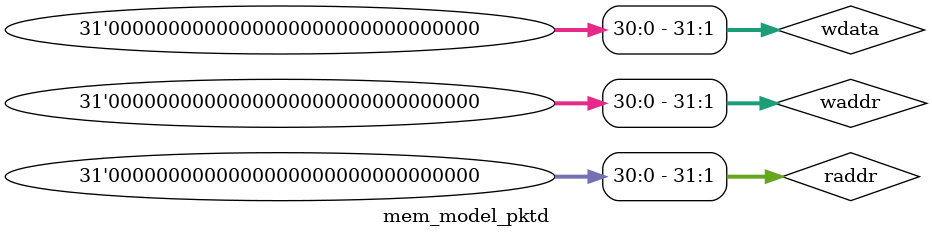
<source format=sv>


module mem_model_pktd(MEMIF_PKTD.to_mem  memif,AXI_clks.to_rtl clks);

parameter DWIDTH = 32;
parameter AWIDTH = 32; 
parameter MEM_DEPTH = (1<<AWIDTH);

logic  [AWIDTH-1:0] waddr;
logic  [DWIDTH-1:0] wdata;
logic               write;
logic  [AWIDTH-1:0] raddr;
logic  [DWIDTH-1:0] rdata;

assign waddr          = memif.f0_waddr;
assign wdata          = memif.f0_wdata;
assign write          = memif.f0_write;
assign raddr          = memif.f0_raddr;
assign memif.f0_rdata = rdata;


reg [DWIDTH-1:0] mem[0:MEM_DEPTH-1];

logic [DWIDTH-1:0] m00,m01,m02,m03;
assign m00=mem[0];
assign m01=mem[1];
assign m02=mem[2];
assign m03=mem[3];

always @(*) begin
  rdata <= #1 mem[raddr];
end

always @(posedge(clks.clk)) begin
  if(write) begin
    mem[waddr]<=#1 wdata;
  end
end

endmodule

</source>
